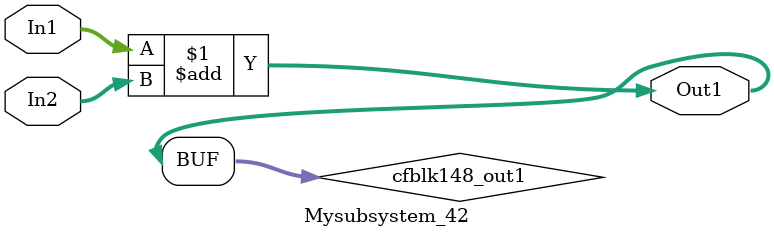
<source format=v>



`timescale 1 ns / 1 ns

module Mysubsystem_42
          (In1,
           In2,
           Out1);


  input   [7:0] In1;  // uint8
  input   [7:0] In2;  // uint8
  output  [7:0] Out1;  // uint8


  wire [7:0] cfblk148_out1;  // uint8


  assign cfblk148_out1 = In1 + In2;



  assign Out1 = cfblk148_out1;

endmodule  // Mysubsystem_42


</source>
